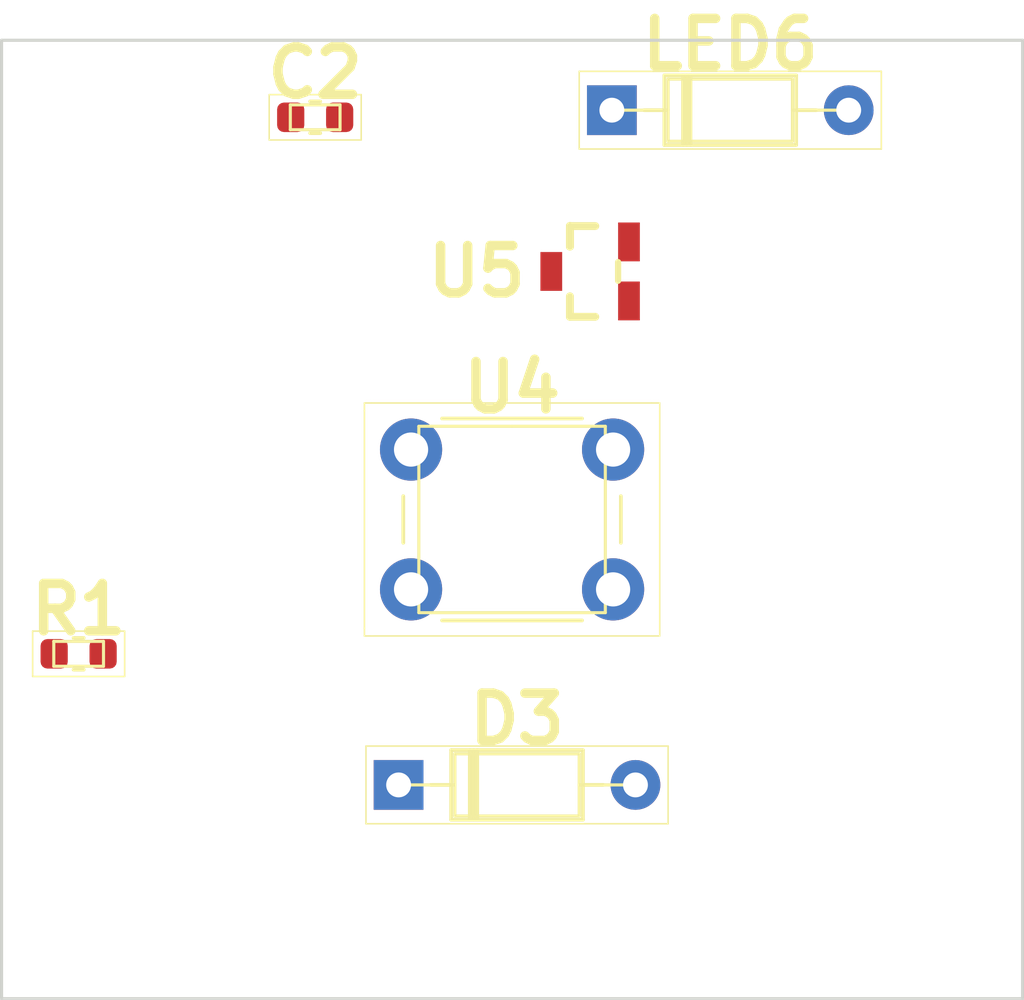
<source format=kicad_pcb>
(kicad_pcb
 (version 5)
 (host pcbnew 4.0.2-stable)
 (general
  (links 469)
  (no_connects 0)
  (area 0 0 32.84869153750061 30.848691537500617)
  (thickness 1.6002)
  (drawings 311)
  (tracks 3484)
  (zones 0)
  (modules 338)
  (nets 131))
 (page A3)
 (title_block
  (title GH60)
  (date "20 jan 2014")
  (rev B)
  (company "geekhack GH60 design team"))
 (layers
  (0 F.Cu signal)
  (31 B.Cu signal)
  (32 B.Adhes user)
  (33 F.Adhes user)
  (34 B.Paste user)
  (35 F.Paste user)
  (36 B.SilkS user)
  (37 F.SilkS user)
  (38 B.Mask user)
  (39 F.Mask user)
  (40 Dwgs.User user)
  (41 Cmts.User user)
  (42 Eco1.User user)
  (43 Eco2.User user)
  (44 Edge.Cuts user)
  (48 B.Fab user)
  (49 F.Fab user))
 (setup
  (last_trace_width 0.4064)
  (user_trace_width 0.254)
  (user_trace_width 0.4064)
  (user_trace_width 0.889)
  (trace_clearance 0.127)
  (zone_clearance 0.307299)
  (zone_45_only yes)
  (trace_min 0.127)
  (segment_width 2)
  (edge_width 0.0991)
  (via_size 1)
  (via_drill 0.4)
  (via_min_size 1)
  (via_min_drill 0.4)
  (uvia_size 0.508)
  (uvia_drill 0.127)
  (uvias_allowed no)
  (uvia_min_size 0.508)
  (uvia_min_drill 0.127)
  (pcb_text_width 0.3048)
  (pcb_text_size 1.524 2.032)
  (mod_edge_width 0.3)
  (mod_text_size 1.524 1.524)
  (mod_text_width 0.3048)
  (pad_size 0.9 0.9)
  (pad_drill 0.9)
  (pad_to_mask_clearance 0.1016)
  (pad_to_paste_clearance -0.02)
  (aux_axis_origin 62.29 64.62)
  (visible_elements FFFFFFFF)
  (pcbplotparams
   (layerselection 0x012a0_00000000)
   (usegerberextensions false)
   (excludeedgelayer true)
   (linewidth 0.15)
   (plotframeref false)
   (viasonmask false)
   (mode 1)
   (useauxorigin false)
   (hpglpennumber 1)
   (hpglpenspeed 20)
   (hpglpendiameter 15)
   (hpglpenoverlay 0)
   (psnegative false)
   (psa4output false)
   (plotreference true)
   (plotvalue false)
   (plotinvisibletext false)
   (padsonsilk false)
   (subtractmaskfromsilk false)
   (outputformat 4)
   (mirror false)
   (drillshape 0)
   (scaleselection 1)
   (outputdirectory gerber/)))
 (net 2 "2")
 (net 3 "3")
 (net 4 "4")
 (net 1 "1")
 (module "R1" (layer F.Cu)
   (tedit 0)
   (tstamp 0)
   (at 2.479999950608858 19.748373502104826 0.0)
   (path placeholder)
   (fp_text
    reference
    "R1"
    (at 0 -1.43 0)
    (layer F.SilkS)
    (effects (font (size 1.524 1.524) (thickness 0.3048))))
   (fp_line (start -0.8 0.4) (end -0.8 -0.4) (layer F.SilkS) (width 0.1))
   (fp_line (start -0.8 -0.4) (end 0.8 -0.4) (layer F.SilkS) (width 0.1))
   (fp_line (start 0.8 -0.4) (end 0.8 0.4) (layer F.SilkS) (width 0.1))
   (fp_line (start 0.8 0.4) (end -0.8 0.4) (layer F.SilkS) (width 0.1))
   (fp_line
    (start -0.162779 -0.51)
    (end 0.162779 -0.51)
    (layer F.SilkS)
    (width 0.12))
   (fp_line
    (start -0.162779 0.51)
    (end 0.162779 0.51)
    (layer F.SilkS)
    (width 0.12))
   (fp_line (start -1.48 0.73) (end -1.48 -0.73) (layer F.SilkS) (width 0.05))
   (fp_line (start -1.48 -0.73) (end 1.48 -0.73) (layer F.SilkS) (width 0.05))
   (fp_line (start 1.48 -0.73) (end 1.48 0.73) (layer F.SilkS) (width 0.05))
   (fp_line (start 1.48 0.73) (end -1.48 0.73) (layer F.SilkS) (width 0.05))
   (pad
    1
    smd
    roundrect
    (at -0.7875 0 0.0)
    (size 0.875 0.95)
    (layers F.Cu F.Paste F.Mask)
    (net 3 "3"))
   (pad
    2
    smd
    roundrect
    (at 0.7875 0 0.0)
    (size 0.875 0.95)
    (layers F.Cu F.Paste F.Mask)
    (net 4 "4"))
   (fp_text
    user
    "left/1"
    (at -0.7875 0 90)
    (layer Eco1.User)
    (effects (font (size 0.2 0.2) (thickness 0.05))))
   (fp_text
    user
    "right/2"
    (at 0.7875 0 90)
    (layer Eco1.User)
    (effects (font (size 0.2 0.2) (thickness 0.05)))))
 (module "C2" (layer F.Cu)
   (tedit 0)
   (tstamp 0)
   (at 10.09034111549493 2.479161849326119 0.0)
   (path placeholder)
   (fp_text
    reference
    "C2"
    (at 0 -1.43 0)
    (layer F.SilkS)
    (effects (font (size 1.524 1.524) (thickness 0.3048))))
   (fp_line (start -0.8 0.4) (end -0.8 -0.4) (layer F.SilkS) (width 0.1))
   (fp_line (start -0.8 -0.4) (end 0.8 -0.4) (layer F.SilkS) (width 0.1))
   (fp_line (start 0.8 -0.4) (end 0.8 0.4) (layer F.SilkS) (width 0.1))
   (fp_line (start 0.8 0.4) (end -0.8 0.4) (layer F.SilkS) (width 0.1))
   (fp_line
    (start -0.162779 -0.51)
    (end 0.162779 -0.51)
    (layer F.SilkS)
    (width 0.12))
   (fp_line
    (start -0.162779 0.51)
    (end 0.162779 0.51)
    (layer F.SilkS)
    (width 0.12))
   (fp_line (start -1.48 0.73) (end -1.48 -0.73) (layer F.SilkS) (width 0.05))
   (fp_line (start -1.48 -0.73) (end 1.48 -0.73) (layer F.SilkS) (width 0.05))
   (fp_line (start 1.48 -0.73) (end 1.48 0.73) (layer F.SilkS) (width 0.05))
   (fp_line (start 1.48 0.73) (end -1.48 0.73) (layer F.SilkS) (width 0.05))
   (pad
    1
    smd
    roundrect
    (at -0.7875 0 0.0)
    (size 0.875 0.95)
    (layers F.Cu F.Paste F.Mask)
    (net 4 "4"))
   (pad
    2
    smd
    roundrect
    (at 0.7875 0 0.0)
    (size 0.875 0.95)
    (layers F.Cu F.Paste F.Mask)
    (net 4 "4"))
   (fp_text
    user
    "left/1"
    (at -0.7875 0 90)
    (layer Eco1.User)
    (effects (font (size 0.2 0.2) (thickness 0.05))))
   (fp_text
    user
    "right/2"
    (at 0.7875 0 90)
    (layer Eco1.User)
    (effects (font (size 0.2 0.2) (thickness 0.05)))))
 (module "D3" (layer F.Cu)
   (tedit 0)
   (tstamp 0)
   (at 12.773996551536557 23.968076287130817 0.0)
   (path placeholder)
   (fp_text
    reference
    "D3"
    (at 3.81 -2.12 0)
    (layer F.SilkS)
    (effects (font (size 1.524 1.524) (thickness 0.3048))))
   (fp_line (start 1.81 -1) (end 1.81 1) (layer F.SilkS) (width 0.1))
   (fp_line (start 1.81 1) (end 5.81 1) (layer F.SilkS) (width 0.1))
   (fp_line (start 5.81 1) (end 5.81 -1) (layer F.SilkS) (width 0.1))
   (fp_line (start 5.81 -1) (end 1.81 -1) (layer F.SilkS) (width 0.1))
   (fp_line (start 0 0) (end 1.81 0) (layer F.SilkS) (width 0.1))
   (fp_line (start 7.62 0) (end 5.81 0) (layer F.SilkS) (width 0.1))
   (fp_line (start 2.41 -1) (end 2.41 1) (layer F.SilkS) (width 0.1))
   (fp_line (start 2.51 -1) (end 2.51 1) (layer F.SilkS) (width 0.1))
   (fp_line (start 2.31 -1) (end 2.31 1) (layer F.SilkS) (width 0.1))
   (fp_line (start 1.69 -1.12) (end 1.69 1.12) (layer F.SilkS) (width 0.12))
   (fp_line (start 1.69 1.12) (end 5.93 1.12) (layer F.SilkS) (width 0.12))
   (fp_line (start 5.93 1.12) (end 5.93 -1.12) (layer F.SilkS) (width 0.12))
   (fp_line (start 5.93 -1.12) (end 1.69 -1.12) (layer F.SilkS) (width 0.12))
   (fp_line (start 1.04 0) (end 1.69 0) (layer F.SilkS) (width 0.12))
   (fp_line (start 6.58 0) (end 5.93 0) (layer F.SilkS) (width 0.12))
   (fp_line (start 2.41 -1.12) (end 2.41 1.12) (layer F.SilkS) (width 0.12))
   (fp_line (start 2.53 -1.12) (end 2.53 1.12) (layer F.SilkS) (width 0.12))
   (fp_line (start 2.29 -1.12) (end 2.29 1.12) (layer F.SilkS) (width 0.12))
   (fp_line (start -1.05 -1.25) (end -1.05 1.25) (layer F.SilkS) (width 0.05))
   (fp_line (start -1.05 1.25) (end 8.67 1.25) (layer F.SilkS) (width 0.05))
   (fp_line (start 8.67 1.25) (end 8.67 -1.25) (layer F.SilkS) (width 0.05))
   (fp_line (start 8.67 -1.25) (end -1.05 -1.25) (layer F.SilkS) (width 0.05))
   (pad
    1
    thru_hole
    rect
    (at 0 0 0.0)
    (size 1.6 1.6)
    (drill 0.8)
    (layers *.Cu *.Mask)
    (net 4 "4"))
   (pad
    2
    thru_hole
    oval
    (at 7.62 0 0.0)
    (size 1.6 1.6)
    (drill 0.8)
    (layers *.Cu *.Mask)
    (net 3 "3"))
   (fp_text
    user
    "anode/left/plus"
    (at 0 0 90)
    (layer Eco1.User)
    (effects (font (size 0.2 0.2) (thickness 0.05))))
   (fp_text
    user
    "right/minus/cathode"
    (at 7.62 0 90)
    (layer Eco1.User)
    (effects (font (size 0.2 0.2) (thickness 0.05)))))
 (module "U4" (layer F.Cu)
   (tedit 0)
   (tstamp 0)
   (at 13.174345203410589 13.17434642842013 0.0)
   (path placeholder)
   (fp_text
    reference
    "U4"
    (at 3.25 -2 0)
    (layer F.SilkS)
    (effects (font (size 1.524 1.524) (thickness 0.3048))))
   (fp_line (start 3.25 -0.75) (end 6.25 -0.75) (layer F.SilkS) (width 0.1))
   (fp_line (start 6.25 -0.75) (end 6.25 5.25) (layer F.SilkS) (width 0.1))
   (fp_line (start 6.25 5.25) (end 0.25 5.25) (layer F.SilkS) (width 0.1))
   (fp_line (start 0.25 5.25) (end 0.25 -0.75) (layer F.SilkS) (width 0.1))
   (fp_line (start 0.25 -0.75) (end 3.25 -0.75) (layer F.SilkS) (width 0.1))
   (fp_line (start 7.75 6) (end 8 6) (layer F.SilkS) (width 0.05))
   (fp_line (start 8 6) (end 8 5.75) (layer F.SilkS) (width 0.05))
   (fp_line (start 7.75 -1.5) (end 8 -1.5) (layer F.SilkS) (width 0.05))
   (fp_line (start 8 -1.5) (end 8 -1.25) (layer F.SilkS) (width 0.05))
   (fp_line (start -1.5 -1.25) (end -1.5 -1.5) (layer F.SilkS) (width 0.05))
   (fp_line (start -1.5 -1.5) (end -1.25 -1.5) (layer F.SilkS) (width 0.05))
   (fp_line (start -1.5 5.75) (end -1.5 6) (layer F.SilkS) (width 0.05))
   (fp_line (start -1.5 6) (end -1.25 6) (layer F.SilkS) (width 0.05))
   (fp_line (start -1.25 -1.5) (end 7.75 -1.5) (layer F.SilkS) (width 0.05))
   (fp_line (start -1.5 5.75) (end -1.5 -1.25) (layer F.SilkS) (width 0.05))
   (fp_line (start 7.75 6) (end -1.25 6) (layer F.SilkS) (width 0.05))
   (fp_line (start 8 -1.25) (end 8 5.75) (layer F.SilkS) (width 0.05))
   (fp_line (start 1 5.5) (end 5.5 5.5) (layer F.SilkS) (width 0.12))
   (fp_line (start -0.25 1.5) (end -0.25 3) (layer F.SilkS) (width 0.12))
   (fp_line (start 5.5 -1) (end 1 -1) (layer F.SilkS) (width 0.12))
   (fp_line (start 6.75 3) (end 6.75 1.5) (layer F.SilkS) (width 0.12))
   (pad
    2
    thru_hole
    circle
    (at 0 4.5 90.0)
    (size 2 2)
    (drill 1.1)
    (layers *.Cu *.Mask)
    (net 3 "3"))
   (pad
    1
    thru_hole
    circle
    (at 0 0 90.0)
    (size 2 2)
    (drill 1.1)
    (layers *.Cu *.Mask)
    (net 3 "3"))
   (pad
    2
    thru_hole
    circle
    (at 6.5 4.5 90.0)
    (size 2 2)
    (drill 1.1)
    (layers *.Cu *.Mask)
    (net 3 "3"))
   (pad
    1
    thru_hole
    circle
    (at 6.5 0 90.0)
    (size 2 2)
    (drill 1.1)
    (layers *.Cu *.Mask)
    (net 3 "3"))
   (fp_text
    user
    "right/2"
    (at 0 4.5 90)
    (layer Eco1.User)
    (effects (font (size 0.2 0.2) (thickness 0.05))))
   (fp_text
    user
    "right/2"
    (at 0 0 90)
    (layer Eco1.User)
    (effects (font (size 0.2 0.2) (thickness 0.05))))
   (fp_text
    user
    "right/2"
    (at 6.5 4.5 90)
    (layer Eco1.User)
    (effects (font (size 0.2 0.2) (thickness 0.05))))
   (fp_text
    user
    "right/2"
    (at 6.5 0 90)
    (layer Eco1.User)
    (effects (font (size 0.2 0.2) (thickness 0.05)))))
 (module "U5" (layer F.Cu)
   (tedit 0)
   (tstamp 0)
   (at 18.935725795445848 7.440650112885893 0.0)
   (path placeholder)
   (fp_text
    reference
    "U5"
    (at -3.6499860000000126 0.0 0)
    (layer F.SilkS)
    (effects (font (size 1.524 1.524) (thickness 0.3048))))
   (fp_line
    (start 0.16509999999999536 1.4599919999999997)
    (end -0.6499860000000126 1.4599919999999997)
    (layer F.SilkS)
    (width 0.254))
   (fp_line
    (start -0.6499860000000126 1.4599919999999997)
    (end -0.6499860000000126 0.8001000000000147)
    (layer F.SilkS)
    (width 0.254))
   (fp_line
    (start -0.6499860000000126 -0.8001000000000005)
    (end -0.6499860000000126 -1.4599919999999997)
    (layer F.SilkS)
    (width 0.254))
   (fp_line
    (start -0.6499860000000126 -1.4599919999999997)
    (end -0.6499860000000126 -0.8001000000000005)
    (layer F.SilkS)
    (width 0.254))
   (fp_line
    (start -0.6499860000000126 -0.8001000000000005)
    (end -0.6499860000000126 -1.4599919999999997)
    (layer F.SilkS)
    (width 0.254))
   (fp_line
    (start -0.6499860000000126 -1.4599919999999997)
    (end 0.16509999999999536 -1.4599919999999997)
    (layer F.SilkS)
    (width 0.254))
   (fp_line
    (start 0.8999220000000037 0.29997400000000596)
    (end 0.8999220000000037 -0.29997399999999175)
    (layer F.SilkS)
    (width 0.19999959999999997))
   (pad
    3
    smd
    rect
    (at -1.2496799999999837 0.0 0.0)
    (size 0.6999985999999999 1.2500101999999997)
    (layers F.Cu F.Paste F.Mask)
    (net 4 "4"))
   (pad
    2
    smd
    rect
    (at 1.2496800000000121 -0.9499599999999901 0.0)
    (size 0.6999985999999999 1.2500101999999997)
    (layers F.Cu F.Paste F.Mask))
   (pad
    1
    smd
    rect
    (at 1.2496800000000121 0.9499600000000044 0.0)
    (size 0.6999985999999999 1.2500101999999997)
    (layers F.Cu F.Paste F.Mask)
    (net 2 "2"))
   (fp_text
    user
    "1"
    (at -1.2496799999999837 0.0 90)
    (layer Eco1.User)
    (effects (font (size 0.2 0.2) (thickness 0.05))))
   (fp_text
    user
    "2"
    (at 1.2496800000000121 -0.9499599999999901 90)
    (layer Eco1.User)
    (effects (font (size 0.2 0.2) (thickness 0.05))))
   (fp_text
    user
    "3"
    (at 1.2496800000000121 0.9499600000000044 90)
    (layer Eco1.User)
    (effects (font (size 0.2 0.2) (thickness 0.05)))))
 (module "LED6" (layer F.Cu)
   (tedit 0)
   (tstamp 0)
   (at 19.63420402997307 2.250000162314977 0.0)
   (path placeholder)
   (fp_text
    reference
    "LED6"
    (at 3.81 -2.12 0)
    (layer F.SilkS)
    (effects (font (size 1.524 1.524) (thickness 0.3048))))
   (fp_line (start 1.81 -1) (end 1.81 1) (layer F.SilkS) (width 0.1))
   (fp_line (start 1.81 1) (end 5.81 1) (layer F.SilkS) (width 0.1))
   (fp_line (start 5.81 1) (end 5.81 -1) (layer F.SilkS) (width 0.1))
   (fp_line (start 5.81 -1) (end 1.81 -1) (layer F.SilkS) (width 0.1))
   (fp_line (start 0 0) (end 1.81 0) (layer F.SilkS) (width 0.1))
   (fp_line (start 7.62 0) (end 5.81 0) (layer F.SilkS) (width 0.1))
   (fp_line (start 2.41 -1) (end 2.41 1) (layer F.SilkS) (width 0.1))
   (fp_line (start 2.51 -1) (end 2.51 1) (layer F.SilkS) (width 0.1))
   (fp_line (start 2.31 -1) (end 2.31 1) (layer F.SilkS) (width 0.1))
   (fp_line (start 1.69 -1.12) (end 1.69 1.12) (layer F.SilkS) (width 0.12))
   (fp_line (start 1.69 1.12) (end 5.93 1.12) (layer F.SilkS) (width 0.12))
   (fp_line (start 5.93 1.12) (end 5.93 -1.12) (layer F.SilkS) (width 0.12))
   (fp_line (start 5.93 -1.12) (end 1.69 -1.12) (layer F.SilkS) (width 0.12))
   (fp_line (start 1.04 0) (end 1.69 0) (layer F.SilkS) (width 0.12))
   (fp_line (start 6.58 0) (end 5.93 0) (layer F.SilkS) (width 0.12))
   (fp_line (start 2.41 -1.12) (end 2.41 1.12) (layer F.SilkS) (width 0.12))
   (fp_line (start 2.53 -1.12) (end 2.53 1.12) (layer F.SilkS) (width 0.12))
   (fp_line (start 2.29 -1.12) (end 2.29 1.12) (layer F.SilkS) (width 0.12))
   (fp_line (start -1.05 -1.25) (end -1.05 1.25) (layer F.SilkS) (width 0.05))
   (fp_line (start -1.05 1.25) (end 8.67 1.25) (layer F.SilkS) (width 0.05))
   (fp_line (start 8.67 1.25) (end 8.67 -1.25) (layer F.SilkS) (width 0.05))
   (fp_line (start 8.67 -1.25) (end -1.05 -1.25) (layer F.SilkS) (width 0.05))
   (pad
    1
    thru_hole
    rect
    (at 0 0 0.0)
    (size 1.6 1.6)
    (drill 0.8)
    (layers *.Cu *.Mask)
    (net 1 "1"))
   (pad
    2
    thru_hole
    oval
    (at 7.62 0 0.0)
    (size 1.6 1.6)
    (drill 0.8)
    (layers *.Cu *.Mask)
    (net 2 "2"))
   (fp_text
    user
    "left/plus"
    (at 0 0 90)
    (layer Eco1.User)
    (effects (font (size 0.2 0.2) (thickness 0.05))))
   (fp_text
    user
    "right/minus"
    (at 7.62 0 90)
    (layer Eco1.User)
    (effects (font (size 0.2 0.2) (thickness 0.05)))))
 (gr_line (start 0 0) (end 32.84869153750061 0) (layer Edge.Cuts) (width 0.1))
 (gr_line
  (start 32.84869153750061 0)
  (end 32.84869153750061 30.848691537500617)
  (layer Edge.Cuts)
  (width 0.1))
 (gr_line
  (start 32.84869153750061 30.848691537500617)
  (end 0 30.848691537500617)
  (layer Edge.Cuts)
  (width 0.1))
 (gr_line
  (start 0 30.848691537500617)
  (end 0 0)
  (layer Edge.Cuts)
  (width 0.1)))

</source>
